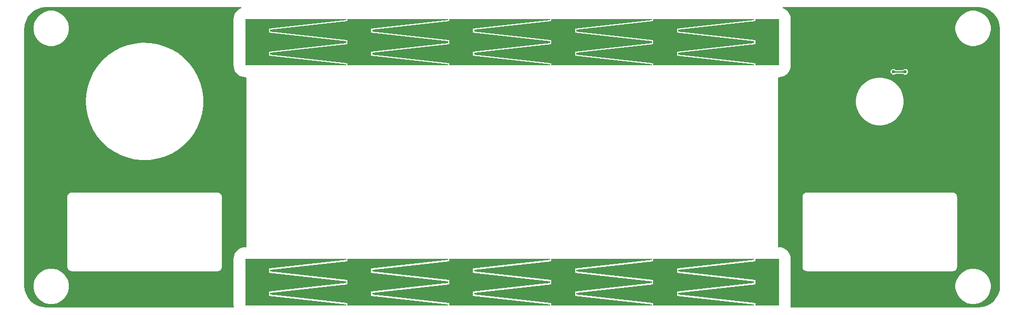
<source format=gbr>
%TF.GenerationSoftware,KiCad,Pcbnew,5.1.9-73d0e3b20d~88~ubuntu18.04.1*%
%TF.CreationDate,2020-12-31T14:05:02+01:00*%
%TF.ProjectId,ss_frontpanel_outer_plate,73735f66-726f-46e7-9470-616e656c5f6f,rev?*%
%TF.SameCoordinates,Original*%
%TF.FileFunction,Copper,L1,Top*%
%TF.FilePolarity,Positive*%
%FSLAX46Y46*%
G04 Gerber Fmt 4.6, Leading zero omitted, Abs format (unit mm)*
G04 Created by KiCad (PCBNEW 5.1.9-73d0e3b20d~88~ubuntu18.04.1) date 2020-12-31 14:05:02*
%MOMM*%
%LPD*%
G01*
G04 APERTURE LIST*
%TA.AperFunction,SMDPad,CuDef*%
%ADD10C,0.100000*%
%TD*%
%TA.AperFunction,ViaPad*%
%ADD11C,0.600000*%
%TD*%
%TA.AperFunction,Conductor*%
%ADD12C,0.250000*%
%TD*%
%TA.AperFunction,Conductor*%
%ADD13C,0.150000*%
%TD*%
%TA.AperFunction,Conductor*%
%ADD14C,0.127000*%
%TD*%
%TA.AperFunction,Conductor*%
%ADD15C,0.100000*%
%TD*%
G04 APERTURE END LIST*
%TA.AperFunction,SMDPad,CuDef*%
D10*
%TO.P,LTS2,5*%
%TO.N,/Touch-sense controller/LTS2_5*%
G36*
X190800000Y-91750000D02*
G01*
X177800000Y-93200000D01*
X177800000Y-93900000D01*
X190800000Y-95350000D01*
X190800000Y-95650000D01*
X177800000Y-97100000D01*
X177800000Y-97800000D01*
X190800000Y-99250000D01*
X190800000Y-99400000D01*
X173800000Y-99400000D01*
X173800000Y-99050000D01*
X160800000Y-97600000D01*
X160800000Y-97300000D01*
X173800000Y-95850000D01*
X173800000Y-95150000D01*
X160800000Y-93700000D01*
X160800000Y-93400000D01*
X173800000Y-91950000D01*
X173800000Y-91600000D01*
X190800000Y-91600000D01*
X190800000Y-91750000D01*
G37*
%TD.AperFunction*%
%TA.AperFunction,SMDPad,CuDef*%
%TO.P,LTS2,1*%
%TO.N,/Touch-sense controller/LTS2_1*%
G36*
X195000000Y-99400000D02*
G01*
X191000000Y-99400000D01*
X191000000Y-99050000D01*
X178000000Y-97600000D01*
X178000000Y-97300000D01*
X191000000Y-95850000D01*
X191000000Y-95150000D01*
X178000000Y-93700000D01*
X178000000Y-93400000D01*
X191000000Y-91950000D01*
X191000000Y-91600000D01*
X195000000Y-91600000D01*
X195000000Y-99400000D01*
G37*
%TD.AperFunction*%
%TA.AperFunction,SMDPad,CuDef*%
%TO.P,LTS2,4*%
%TO.N,/Touch-sense controller/LTS2_4*%
G36*
X173600000Y-91750000D02*
G01*
X160600000Y-93200000D01*
X160600000Y-93900000D01*
X173600000Y-95350000D01*
X173600000Y-95650000D01*
X160600000Y-97100000D01*
X160600000Y-97800000D01*
X173600000Y-99250000D01*
X173600000Y-99400000D01*
X156600000Y-99400000D01*
X156600000Y-99050000D01*
X143600000Y-97600000D01*
X143600000Y-97300000D01*
X156600000Y-95850000D01*
X156600000Y-95150000D01*
X143600000Y-93700000D01*
X143600000Y-93400000D01*
X156600000Y-91950000D01*
X156600000Y-91600000D01*
X173600000Y-91600000D01*
X173600000Y-91750000D01*
G37*
%TD.AperFunction*%
%TA.AperFunction,SMDPad,CuDef*%
%TO.P,LTS2,3*%
%TO.N,/Touch-sense controller/LTS2_3*%
G36*
X156400000Y-91750000D02*
G01*
X143400000Y-93200000D01*
X143400000Y-93900000D01*
X156400000Y-95350000D01*
X156400000Y-95650000D01*
X143400000Y-97100000D01*
X143400000Y-97800000D01*
X156400000Y-99250000D01*
X156400000Y-99400000D01*
X139400000Y-99400000D01*
X139400000Y-99050000D01*
X126400000Y-97600000D01*
X126400000Y-97300000D01*
X139400000Y-95850000D01*
X139400000Y-95150000D01*
X126400000Y-93700000D01*
X126400000Y-93400000D01*
X139400000Y-91950000D01*
X139400000Y-91600000D01*
X156400000Y-91600000D01*
X156400000Y-91750000D01*
G37*
%TD.AperFunction*%
%TA.AperFunction,SMDPad,CuDef*%
%TO.P,LTS2,2*%
%TO.N,/Touch-sense controller/LTS2_2*%
G36*
X139200000Y-91750000D02*
G01*
X126200000Y-93200000D01*
X126200000Y-93900000D01*
X139200000Y-95350000D01*
X139200000Y-95650000D01*
X126200000Y-97100000D01*
X126200000Y-97800000D01*
X139200000Y-99250000D01*
X139200000Y-99400000D01*
X122200000Y-99400000D01*
X122200000Y-99050000D01*
X109200000Y-97600000D01*
X109200000Y-97300000D01*
X122200000Y-95850000D01*
X122200000Y-95150000D01*
X109200000Y-93700000D01*
X109200000Y-93400000D01*
X122200000Y-91950000D01*
X122200000Y-91600000D01*
X139200000Y-91600000D01*
X139200000Y-91750000D01*
G37*
%TD.AperFunction*%
%TA.AperFunction,SMDPad,CuDef*%
%TO.P,LTS2,1*%
%TO.N,/Touch-sense controller/LTS2_1*%
G36*
X122000000Y-91750000D02*
G01*
X109000000Y-93200000D01*
X109000000Y-93900000D01*
X122000000Y-95350000D01*
X122000000Y-95650000D01*
X109000000Y-97100000D01*
X109000000Y-97800000D01*
X122000000Y-99250000D01*
X122000000Y-99400000D01*
X105000000Y-99400000D01*
X105000000Y-91600000D01*
X122000000Y-91600000D01*
X122000000Y-91750000D01*
G37*
%TD.AperFunction*%
%TD*%
%TA.AperFunction,SMDPad,CuDef*%
%TO.P,LTS1,5*%
%TO.N,/Touch-sense controller/LTS1_5*%
G36*
X190800000Y-51250000D02*
G01*
X177800000Y-52700000D01*
X177800000Y-53400000D01*
X190800000Y-54850000D01*
X190800000Y-55150000D01*
X177800000Y-56600000D01*
X177800000Y-57300000D01*
X190800000Y-58750000D01*
X190800000Y-58900000D01*
X173800000Y-58900000D01*
X173800000Y-58550000D01*
X160800000Y-57100000D01*
X160800000Y-56800000D01*
X173800000Y-55350000D01*
X173800000Y-54650000D01*
X160800000Y-53200000D01*
X160800000Y-52900000D01*
X173800000Y-51450000D01*
X173800000Y-51100000D01*
X190800000Y-51100000D01*
X190800000Y-51250000D01*
G37*
%TD.AperFunction*%
%TA.AperFunction,SMDPad,CuDef*%
%TO.P,LTS1,1*%
%TO.N,/Touch-sense controller/LTS1_1*%
G36*
X195000000Y-58900000D02*
G01*
X191000000Y-58900000D01*
X191000000Y-58550000D01*
X178000000Y-57100000D01*
X178000000Y-56800000D01*
X191000000Y-55350000D01*
X191000000Y-54650000D01*
X178000000Y-53200000D01*
X178000000Y-52900000D01*
X191000000Y-51450000D01*
X191000000Y-51100000D01*
X195000000Y-51100000D01*
X195000000Y-58900000D01*
G37*
%TD.AperFunction*%
%TA.AperFunction,SMDPad,CuDef*%
%TO.P,LTS1,4*%
%TO.N,/Touch-sense controller/LTS1_4*%
G36*
X173600000Y-51250000D02*
G01*
X160600000Y-52700000D01*
X160600000Y-53400000D01*
X173600000Y-54850000D01*
X173600000Y-55150000D01*
X160600000Y-56600000D01*
X160600000Y-57300000D01*
X173600000Y-58750000D01*
X173600000Y-58900000D01*
X156600000Y-58900000D01*
X156600000Y-58550000D01*
X143600000Y-57100000D01*
X143600000Y-56800000D01*
X156600000Y-55350000D01*
X156600000Y-54650000D01*
X143600000Y-53200000D01*
X143600000Y-52900000D01*
X156600000Y-51450000D01*
X156600000Y-51100000D01*
X173600000Y-51100000D01*
X173600000Y-51250000D01*
G37*
%TD.AperFunction*%
%TA.AperFunction,SMDPad,CuDef*%
%TO.P,LTS1,3*%
%TO.N,/Touch-sense controller/LTS1_3*%
G36*
X156400000Y-51250000D02*
G01*
X143400000Y-52700000D01*
X143400000Y-53400000D01*
X156400000Y-54850000D01*
X156400000Y-55150000D01*
X143400000Y-56600000D01*
X143400000Y-57300000D01*
X156400000Y-58750000D01*
X156400000Y-58900000D01*
X139400000Y-58900000D01*
X139400000Y-58550000D01*
X126400000Y-57100000D01*
X126400000Y-56800000D01*
X139400000Y-55350000D01*
X139400000Y-54650000D01*
X126400000Y-53200000D01*
X126400000Y-52900000D01*
X139400000Y-51450000D01*
X139400000Y-51100000D01*
X156400000Y-51100000D01*
X156400000Y-51250000D01*
G37*
%TD.AperFunction*%
%TA.AperFunction,SMDPad,CuDef*%
%TO.P,LTS1,2*%
%TO.N,/Touch-sense controller/LTS1_2*%
G36*
X139200000Y-51250000D02*
G01*
X126200000Y-52700000D01*
X126200000Y-53400000D01*
X139200000Y-54850000D01*
X139200000Y-55150000D01*
X126200000Y-56600000D01*
X126200000Y-57300000D01*
X139200000Y-58750000D01*
X139200000Y-58900000D01*
X122200000Y-58900000D01*
X122200000Y-58550000D01*
X109200000Y-57100000D01*
X109200000Y-56800000D01*
X122200000Y-55350000D01*
X122200000Y-54650000D01*
X109200000Y-53200000D01*
X109200000Y-52900000D01*
X122200000Y-51450000D01*
X122200000Y-51100000D01*
X139200000Y-51100000D01*
X139200000Y-51250000D01*
G37*
%TD.AperFunction*%
%TA.AperFunction,SMDPad,CuDef*%
%TO.P,LTS1,1*%
%TO.N,/Touch-sense controller/LTS1_1*%
G36*
X122000000Y-51250000D02*
G01*
X109000000Y-52700000D01*
X109000000Y-53400000D01*
X122000000Y-54850000D01*
X122000000Y-55150000D01*
X109000000Y-56600000D01*
X109000000Y-57300000D01*
X122000000Y-58750000D01*
X122000000Y-58900000D01*
X105000000Y-58900000D01*
X105000000Y-51100000D01*
X122000000Y-51100000D01*
X122000000Y-51250000D01*
G37*
%TD.AperFunction*%
%TD*%
D11*
%TO.N,GND*%
X216300000Y-60000000D03*
X214300000Y-60000000D03*
X97000000Y-59900000D03*
%TO.N,VDD_IO*%
X220900000Y-66400000D03*
X219000000Y-68115000D03*
X231150000Y-65050000D03*
%TO.N,/Touch-sense controller/LTS1_5*%
X175750000Y-55000000D03*
%TO.N,/Touch-sense controller/LTS1_1*%
X107000000Y-55000000D03*
X193000000Y-55000000D03*
%TO.N,/Touch-sense controller/LTS1_4*%
X158750000Y-55000000D03*
%TO.N,/Touch-sense controller/LTS1_3*%
X141250000Y-54750000D03*
%TO.N,/Touch-sense controller/LTS1_2*%
X124200000Y-55000000D03*
%TO.N,/Touch-sense controller/LTS2_5*%
X176000000Y-95500000D03*
%TO.N,/Touch-sense controller/LTS2_1*%
X107000000Y-95500000D03*
X193000000Y-95500000D03*
%TO.N,/Touch-sense controller/LTS2_4*%
X158950000Y-95500000D03*
%TO.N,/Touch-sense controller/LTS2_3*%
X141350000Y-95800000D03*
%TO.N,/Touch-sense controller/LTS2_2*%
X124950000Y-95200000D03*
%TD*%
D12*
%TO.N,GND*%
X216300000Y-60000000D02*
X215200000Y-60000000D01*
X215200000Y-60000000D02*
X214300000Y-60000000D01*
D13*
%TO.N,/Touch-sense controller/LTS1_5*%
X175800000Y-55000000D02*
X175750000Y-55000000D01*
%TO.N,/Touch-sense controller/LTS1_4*%
X158600000Y-55000000D02*
X158750000Y-55000000D01*
%TO.N,/Touch-sense controller/LTS1_3*%
X141400000Y-54900000D02*
X141250000Y-54750000D01*
X141400000Y-55000000D02*
X141400000Y-54900000D01*
%TO.N,/Touch-sense controller/LTS1_2*%
X124250000Y-55000000D02*
X124200000Y-55000000D01*
%TO.N,/Touch-sense controller/LTS2_5*%
X175800000Y-95500000D02*
X176000000Y-95500000D01*
%TO.N,/Touch-sense controller/LTS2_4*%
X158600000Y-95500000D02*
X158950000Y-95500000D01*
%TO.N,/Touch-sense controller/LTS2_3*%
X141400000Y-95500000D02*
X141400000Y-95750000D01*
X141400000Y-95750000D02*
X141350000Y-95800000D01*
%TO.N,/Touch-sense controller/LTS2_2*%
X124200000Y-95500000D02*
X124650000Y-95500000D01*
X124650000Y-95500000D02*
X124950000Y-95200000D01*
%TD*%
D14*
%TO.N,GND*%
X104206512Y-49184351D02*
X103848034Y-49375961D01*
X103533825Y-49633825D01*
X103275961Y-49948034D01*
X103084351Y-50306512D01*
X102966357Y-50695483D01*
X102926516Y-51100000D01*
X102926516Y-58900000D01*
X102966357Y-59304517D01*
X103084351Y-59693488D01*
X103275961Y-60051966D01*
X103533825Y-60366175D01*
X103848034Y-60624039D01*
X104206512Y-60815649D01*
X104595483Y-60933643D01*
X105000000Y-60973484D01*
X105076500Y-60973484D01*
X105076501Y-89526516D01*
X105000000Y-89526516D01*
X104595483Y-89566357D01*
X104206512Y-89684351D01*
X103848034Y-89875961D01*
X103533825Y-90133825D01*
X103275961Y-90448034D01*
X103084351Y-90806512D01*
X102966357Y-91195483D01*
X102926516Y-91600000D01*
X102926516Y-99400000D01*
X102957196Y-99711500D01*
X71404108Y-99711500D01*
X70690736Y-99641554D01*
X70018101Y-99438473D01*
X69397729Y-99108616D01*
X68853235Y-98664538D01*
X68405368Y-98123159D01*
X68071186Y-97505104D01*
X67863415Y-96833905D01*
X67788542Y-96121528D01*
X67788500Y-96109563D01*
X67788500Y-95898272D01*
X69186500Y-95898272D01*
X69186500Y-96501728D01*
X69304229Y-97093590D01*
X69535161Y-97651111D01*
X69870424Y-98152867D01*
X70297133Y-98579576D01*
X70798889Y-98914839D01*
X71356410Y-99145771D01*
X71948272Y-99263500D01*
X72551728Y-99263500D01*
X73143590Y-99145771D01*
X73701111Y-98914839D01*
X74202867Y-98579576D01*
X74629576Y-98152867D01*
X74964839Y-97651111D01*
X75195771Y-97093590D01*
X75313500Y-96501728D01*
X75313500Y-95898272D01*
X75195771Y-95306410D01*
X74964839Y-94748889D01*
X74629576Y-94247133D01*
X74202867Y-93820424D01*
X73701111Y-93485161D01*
X73143590Y-93254229D01*
X72551728Y-93136500D01*
X71948272Y-93136500D01*
X71356410Y-93254229D01*
X70798889Y-93485161D01*
X70297133Y-93820424D01*
X69870424Y-94247133D01*
X69535161Y-94748889D01*
X69304229Y-95306410D01*
X69186500Y-95898272D01*
X67788500Y-95898272D01*
X67788500Y-81084111D01*
X74876500Y-81084111D01*
X74876501Y-92915890D01*
X74877865Y-92929743D01*
X74877844Y-92932810D01*
X74878284Y-92937305D01*
X74888484Y-93034354D01*
X74894383Y-93063090D01*
X74899874Y-93091876D01*
X74901179Y-93096200D01*
X74930035Y-93189419D01*
X74941391Y-93216433D01*
X74952382Y-93243635D01*
X74954502Y-93247624D01*
X75000915Y-93333462D01*
X75017346Y-93357822D01*
X75033366Y-93382302D01*
X75036220Y-93385803D01*
X75098422Y-93460992D01*
X75119237Y-93481662D01*
X75139739Y-93502598D01*
X75143219Y-93505478D01*
X75218840Y-93567154D01*
X75243256Y-93583376D01*
X75267458Y-93599947D01*
X75271432Y-93602095D01*
X75357592Y-93647907D01*
X75384700Y-93659080D01*
X75411647Y-93670629D01*
X75415962Y-93671965D01*
X75509380Y-93700170D01*
X75538116Y-93705860D01*
X75566824Y-93711962D01*
X75571312Y-93712434D01*
X75571316Y-93712434D01*
X75668434Y-93721956D01*
X75684110Y-93723500D01*
X100315890Y-93723500D01*
X100329752Y-93722135D01*
X100332810Y-93722156D01*
X100337305Y-93721716D01*
X100434354Y-93711516D01*
X100463090Y-93705617D01*
X100491876Y-93700126D01*
X100496198Y-93698822D01*
X100496204Y-93698820D01*
X100589419Y-93669965D01*
X100616433Y-93658609D01*
X100643635Y-93647618D01*
X100647624Y-93645498D01*
X100733462Y-93599085D01*
X100757822Y-93582654D01*
X100782302Y-93566634D01*
X100785803Y-93563780D01*
X100860992Y-93501578D01*
X100881662Y-93480763D01*
X100902598Y-93460261D01*
X100905478Y-93456781D01*
X100967154Y-93381160D01*
X100983376Y-93356744D01*
X100999947Y-93332542D01*
X101002095Y-93328568D01*
X101047907Y-93242408D01*
X101059080Y-93215300D01*
X101070629Y-93188353D01*
X101071965Y-93184038D01*
X101100170Y-93090620D01*
X101105860Y-93061884D01*
X101111962Y-93033176D01*
X101112434Y-93028684D01*
X101121956Y-92931566D01*
X101123500Y-92915890D01*
X101123500Y-81084110D01*
X101122135Y-81070248D01*
X101122156Y-81067191D01*
X101121716Y-81062695D01*
X101111516Y-80965647D01*
X101105620Y-80936924D01*
X101100126Y-80908124D01*
X101098821Y-80903800D01*
X101069965Y-80810581D01*
X101058603Y-80783552D01*
X101047618Y-80756364D01*
X101045497Y-80752376D01*
X100999085Y-80666538D01*
X100982654Y-80642178D01*
X100966634Y-80617698D01*
X100963780Y-80614197D01*
X100901578Y-80539008D01*
X100880763Y-80518338D01*
X100860261Y-80497402D01*
X100856780Y-80494522D01*
X100781160Y-80432846D01*
X100756744Y-80416624D01*
X100732542Y-80400053D01*
X100728568Y-80397905D01*
X100642407Y-80352093D01*
X100615313Y-80340926D01*
X100588353Y-80329371D01*
X100584038Y-80328035D01*
X100490620Y-80299830D01*
X100461884Y-80294140D01*
X100433176Y-80288038D01*
X100428688Y-80287566D01*
X100428684Y-80287566D01*
X100331567Y-80278044D01*
X100331566Y-80278044D01*
X100315890Y-80276500D01*
X75684110Y-80276500D01*
X75670248Y-80277865D01*
X75667191Y-80277844D01*
X75662695Y-80278284D01*
X75565647Y-80288484D01*
X75536924Y-80294380D01*
X75508124Y-80299874D01*
X75503800Y-80301179D01*
X75410581Y-80330035D01*
X75383552Y-80341397D01*
X75356364Y-80352382D01*
X75352376Y-80354503D01*
X75266538Y-80400915D01*
X75242178Y-80417346D01*
X75217698Y-80433366D01*
X75214197Y-80436220D01*
X75139008Y-80498422D01*
X75118338Y-80519237D01*
X75097402Y-80539739D01*
X75094522Y-80543220D01*
X75032846Y-80618840D01*
X75016624Y-80643256D01*
X75000053Y-80667458D01*
X74997905Y-80671432D01*
X74952093Y-80757593D01*
X74940926Y-80784687D01*
X74929371Y-80811647D01*
X74928035Y-80815962D01*
X74899830Y-80909380D01*
X74894140Y-80938116D01*
X74888038Y-80966824D01*
X74887566Y-80971316D01*
X74878168Y-81067171D01*
X74876500Y-81084111D01*
X67788500Y-81084111D01*
X67788500Y-65000000D01*
X78006500Y-65000000D01*
X78088546Y-66277940D01*
X78333339Y-67534897D01*
X78736857Y-68750231D01*
X79292477Y-69903986D01*
X79991073Y-70977218D01*
X80821176Y-71952304D01*
X81769155Y-72813233D01*
X82819444Y-73545869D01*
X83954798Y-74138183D01*
X85156574Y-74580447D01*
X86405038Y-74865401D01*
X87679693Y-74988366D01*
X88959606Y-74947321D01*
X90223763Y-74742942D01*
X91451406Y-74378584D01*
X92622376Y-73860230D01*
X93717448Y-73196391D01*
X94718639Y-72397968D01*
X95609510Y-71478070D01*
X96375433Y-70451803D01*
X97003832Y-69336017D01*
X97484389Y-68149034D01*
X97809211Y-66910344D01*
X97972967Y-65640286D01*
X97972967Y-64359714D01*
X97809211Y-63089656D01*
X97484389Y-61850966D01*
X97003832Y-60663983D01*
X96375433Y-59548197D01*
X95609510Y-58521930D01*
X94718639Y-57602032D01*
X93717448Y-56803609D01*
X92622376Y-56139770D01*
X91451406Y-55621416D01*
X90223763Y-55257058D01*
X88959606Y-55052679D01*
X87679693Y-55011634D01*
X86405038Y-55134599D01*
X85156574Y-55419553D01*
X83954798Y-55861817D01*
X82819444Y-56454131D01*
X81769155Y-57186767D01*
X80821176Y-58047696D01*
X79991073Y-59022782D01*
X79292477Y-60096014D01*
X78736857Y-61249769D01*
X78333339Y-62465103D01*
X78088546Y-63722060D01*
X78006500Y-65000000D01*
X67788500Y-65000000D01*
X67788500Y-52774108D01*
X67828292Y-52368272D01*
X69186500Y-52368272D01*
X69186500Y-52971728D01*
X69304229Y-53563590D01*
X69535161Y-54121111D01*
X69870424Y-54622867D01*
X70297133Y-55049576D01*
X70798889Y-55384839D01*
X71356410Y-55615771D01*
X71948272Y-55733500D01*
X72551728Y-55733500D01*
X73143590Y-55615771D01*
X73701111Y-55384839D01*
X74202867Y-55049576D01*
X74629576Y-54622867D01*
X74964839Y-54121111D01*
X75195771Y-53563590D01*
X75313500Y-52971728D01*
X75313500Y-52368272D01*
X75195771Y-51776410D01*
X74964839Y-51218889D01*
X74629576Y-50717133D01*
X74202867Y-50290424D01*
X73701111Y-49955161D01*
X73143590Y-49724229D01*
X72551728Y-49606500D01*
X71948272Y-49606500D01*
X71356410Y-49724229D01*
X70798889Y-49955161D01*
X70297133Y-50290424D01*
X69870424Y-50717133D01*
X69535161Y-51218889D01*
X69304229Y-51776410D01*
X69186500Y-52368272D01*
X67828292Y-52368272D01*
X67858446Y-52060736D01*
X68061528Y-51388097D01*
X68391386Y-50767727D01*
X68835462Y-50223235D01*
X69376843Y-49775367D01*
X69994896Y-49441186D01*
X70666094Y-49233415D01*
X71378472Y-49158542D01*
X71390437Y-49158500D01*
X104291731Y-49158500D01*
X104206512Y-49184351D01*
%TA.AperFunction,Conductor*%
D15*
G36*
X104206512Y-49184351D02*
G01*
X103848034Y-49375961D01*
X103533825Y-49633825D01*
X103275961Y-49948034D01*
X103084351Y-50306512D01*
X102966357Y-50695483D01*
X102926516Y-51100000D01*
X102926516Y-58900000D01*
X102966357Y-59304517D01*
X103084351Y-59693488D01*
X103275961Y-60051966D01*
X103533825Y-60366175D01*
X103848034Y-60624039D01*
X104206512Y-60815649D01*
X104595483Y-60933643D01*
X105000000Y-60973484D01*
X105076500Y-60973484D01*
X105076501Y-89526516D01*
X105000000Y-89526516D01*
X104595483Y-89566357D01*
X104206512Y-89684351D01*
X103848034Y-89875961D01*
X103533825Y-90133825D01*
X103275961Y-90448034D01*
X103084351Y-90806512D01*
X102966357Y-91195483D01*
X102926516Y-91600000D01*
X102926516Y-99400000D01*
X102957196Y-99711500D01*
X71404108Y-99711500D01*
X70690736Y-99641554D01*
X70018101Y-99438473D01*
X69397729Y-99108616D01*
X68853235Y-98664538D01*
X68405368Y-98123159D01*
X68071186Y-97505104D01*
X67863415Y-96833905D01*
X67788542Y-96121528D01*
X67788500Y-96109563D01*
X67788500Y-95898272D01*
X69186500Y-95898272D01*
X69186500Y-96501728D01*
X69304229Y-97093590D01*
X69535161Y-97651111D01*
X69870424Y-98152867D01*
X70297133Y-98579576D01*
X70798889Y-98914839D01*
X71356410Y-99145771D01*
X71948272Y-99263500D01*
X72551728Y-99263500D01*
X73143590Y-99145771D01*
X73701111Y-98914839D01*
X74202867Y-98579576D01*
X74629576Y-98152867D01*
X74964839Y-97651111D01*
X75195771Y-97093590D01*
X75313500Y-96501728D01*
X75313500Y-95898272D01*
X75195771Y-95306410D01*
X74964839Y-94748889D01*
X74629576Y-94247133D01*
X74202867Y-93820424D01*
X73701111Y-93485161D01*
X73143590Y-93254229D01*
X72551728Y-93136500D01*
X71948272Y-93136500D01*
X71356410Y-93254229D01*
X70798889Y-93485161D01*
X70297133Y-93820424D01*
X69870424Y-94247133D01*
X69535161Y-94748889D01*
X69304229Y-95306410D01*
X69186500Y-95898272D01*
X67788500Y-95898272D01*
X67788500Y-81084111D01*
X74876500Y-81084111D01*
X74876501Y-92915890D01*
X74877865Y-92929743D01*
X74877844Y-92932810D01*
X74878284Y-92937305D01*
X74888484Y-93034354D01*
X74894383Y-93063090D01*
X74899874Y-93091876D01*
X74901179Y-93096200D01*
X74930035Y-93189419D01*
X74941391Y-93216433D01*
X74952382Y-93243635D01*
X74954502Y-93247624D01*
X75000915Y-93333462D01*
X75017346Y-93357822D01*
X75033366Y-93382302D01*
X75036220Y-93385803D01*
X75098422Y-93460992D01*
X75119237Y-93481662D01*
X75139739Y-93502598D01*
X75143219Y-93505478D01*
X75218840Y-93567154D01*
X75243256Y-93583376D01*
X75267458Y-93599947D01*
X75271432Y-93602095D01*
X75357592Y-93647907D01*
X75384700Y-93659080D01*
X75411647Y-93670629D01*
X75415962Y-93671965D01*
X75509380Y-93700170D01*
X75538116Y-93705860D01*
X75566824Y-93711962D01*
X75571312Y-93712434D01*
X75571316Y-93712434D01*
X75668434Y-93721956D01*
X75684110Y-93723500D01*
X100315890Y-93723500D01*
X100329752Y-93722135D01*
X100332810Y-93722156D01*
X100337305Y-93721716D01*
X100434354Y-93711516D01*
X100463090Y-93705617D01*
X100491876Y-93700126D01*
X100496198Y-93698822D01*
X100496204Y-93698820D01*
X100589419Y-93669965D01*
X100616433Y-93658609D01*
X100643635Y-93647618D01*
X100647624Y-93645498D01*
X100733462Y-93599085D01*
X100757822Y-93582654D01*
X100782302Y-93566634D01*
X100785803Y-93563780D01*
X100860992Y-93501578D01*
X100881662Y-93480763D01*
X100902598Y-93460261D01*
X100905478Y-93456781D01*
X100967154Y-93381160D01*
X100983376Y-93356744D01*
X100999947Y-93332542D01*
X101002095Y-93328568D01*
X101047907Y-93242408D01*
X101059080Y-93215300D01*
X101070629Y-93188353D01*
X101071965Y-93184038D01*
X101100170Y-93090620D01*
X101105860Y-93061884D01*
X101111962Y-93033176D01*
X101112434Y-93028684D01*
X101121956Y-92931566D01*
X101123500Y-92915890D01*
X101123500Y-81084110D01*
X101122135Y-81070248D01*
X101122156Y-81067191D01*
X101121716Y-81062695D01*
X101111516Y-80965647D01*
X101105620Y-80936924D01*
X101100126Y-80908124D01*
X101098821Y-80903800D01*
X101069965Y-80810581D01*
X101058603Y-80783552D01*
X101047618Y-80756364D01*
X101045497Y-80752376D01*
X100999085Y-80666538D01*
X100982654Y-80642178D01*
X100966634Y-80617698D01*
X100963780Y-80614197D01*
X100901578Y-80539008D01*
X100880763Y-80518338D01*
X100860261Y-80497402D01*
X100856780Y-80494522D01*
X100781160Y-80432846D01*
X100756744Y-80416624D01*
X100732542Y-80400053D01*
X100728568Y-80397905D01*
X100642407Y-80352093D01*
X100615313Y-80340926D01*
X100588353Y-80329371D01*
X100584038Y-80328035D01*
X100490620Y-80299830D01*
X100461884Y-80294140D01*
X100433176Y-80288038D01*
X100428688Y-80287566D01*
X100428684Y-80287566D01*
X100331567Y-80278044D01*
X100331566Y-80278044D01*
X100315890Y-80276500D01*
X75684110Y-80276500D01*
X75670248Y-80277865D01*
X75667191Y-80277844D01*
X75662695Y-80278284D01*
X75565647Y-80288484D01*
X75536924Y-80294380D01*
X75508124Y-80299874D01*
X75503800Y-80301179D01*
X75410581Y-80330035D01*
X75383552Y-80341397D01*
X75356364Y-80352382D01*
X75352376Y-80354503D01*
X75266538Y-80400915D01*
X75242178Y-80417346D01*
X75217698Y-80433366D01*
X75214197Y-80436220D01*
X75139008Y-80498422D01*
X75118338Y-80519237D01*
X75097402Y-80539739D01*
X75094522Y-80543220D01*
X75032846Y-80618840D01*
X75016624Y-80643256D01*
X75000053Y-80667458D01*
X74997905Y-80671432D01*
X74952093Y-80757593D01*
X74940926Y-80784687D01*
X74929371Y-80811647D01*
X74928035Y-80815962D01*
X74899830Y-80909380D01*
X74894140Y-80938116D01*
X74888038Y-80966824D01*
X74887566Y-80971316D01*
X74878168Y-81067171D01*
X74876500Y-81084111D01*
X67788500Y-81084111D01*
X67788500Y-65000000D01*
X78006500Y-65000000D01*
X78088546Y-66277940D01*
X78333339Y-67534897D01*
X78736857Y-68750231D01*
X79292477Y-69903986D01*
X79991073Y-70977218D01*
X80821176Y-71952304D01*
X81769155Y-72813233D01*
X82819444Y-73545869D01*
X83954798Y-74138183D01*
X85156574Y-74580447D01*
X86405038Y-74865401D01*
X87679693Y-74988366D01*
X88959606Y-74947321D01*
X90223763Y-74742942D01*
X91451406Y-74378584D01*
X92622376Y-73860230D01*
X93717448Y-73196391D01*
X94718639Y-72397968D01*
X95609510Y-71478070D01*
X96375433Y-70451803D01*
X97003832Y-69336017D01*
X97484389Y-68149034D01*
X97809211Y-66910344D01*
X97972967Y-65640286D01*
X97972967Y-64359714D01*
X97809211Y-63089656D01*
X97484389Y-61850966D01*
X97003832Y-60663983D01*
X96375433Y-59548197D01*
X95609510Y-58521930D01*
X94718639Y-57602032D01*
X93717448Y-56803609D01*
X92622376Y-56139770D01*
X91451406Y-55621416D01*
X90223763Y-55257058D01*
X88959606Y-55052679D01*
X87679693Y-55011634D01*
X86405038Y-55134599D01*
X85156574Y-55419553D01*
X83954798Y-55861817D01*
X82819444Y-56454131D01*
X81769155Y-57186767D01*
X80821176Y-58047696D01*
X79991073Y-59022782D01*
X79292477Y-60096014D01*
X78736857Y-61249769D01*
X78333339Y-62465103D01*
X78088546Y-63722060D01*
X78006500Y-65000000D01*
X67788500Y-65000000D01*
X67788500Y-52774108D01*
X67828292Y-52368272D01*
X69186500Y-52368272D01*
X69186500Y-52971728D01*
X69304229Y-53563590D01*
X69535161Y-54121111D01*
X69870424Y-54622867D01*
X70297133Y-55049576D01*
X70798889Y-55384839D01*
X71356410Y-55615771D01*
X71948272Y-55733500D01*
X72551728Y-55733500D01*
X73143590Y-55615771D01*
X73701111Y-55384839D01*
X74202867Y-55049576D01*
X74629576Y-54622867D01*
X74964839Y-54121111D01*
X75195771Y-53563590D01*
X75313500Y-52971728D01*
X75313500Y-52368272D01*
X75195771Y-51776410D01*
X74964839Y-51218889D01*
X74629576Y-50717133D01*
X74202867Y-50290424D01*
X73701111Y-49955161D01*
X73143590Y-49724229D01*
X72551728Y-49606500D01*
X71948272Y-49606500D01*
X71356410Y-49724229D01*
X70798889Y-49955161D01*
X70297133Y-50290424D01*
X69870424Y-50717133D01*
X69535161Y-51218889D01*
X69304229Y-51776410D01*
X69186500Y-52368272D01*
X67828292Y-52368272D01*
X67858446Y-52060736D01*
X68061528Y-51388097D01*
X68391386Y-50767727D01*
X68835462Y-50223235D01*
X69376843Y-49775367D01*
X69994896Y-49441186D01*
X70666094Y-49233415D01*
X71378472Y-49158542D01*
X71390437Y-49158500D01*
X104291731Y-49158500D01*
X104206512Y-49184351D01*
G37*
%TD.AperFunction*%
%TD*%
D14*
%TO.N,VDD_IO*%
X229309264Y-49228446D02*
X229981903Y-49431528D01*
X230602273Y-49761386D01*
X231146765Y-50205462D01*
X231594633Y-50746843D01*
X231928814Y-51364896D01*
X232136585Y-52036094D01*
X232211458Y-52748472D01*
X232211500Y-52760437D01*
X232211501Y-96095882D01*
X232141554Y-96809264D01*
X231938473Y-97481899D01*
X231608616Y-98102271D01*
X231164538Y-98646765D01*
X230623159Y-99094632D01*
X230005104Y-99428814D01*
X229333905Y-99636585D01*
X228621528Y-99711458D01*
X228609563Y-99711500D01*
X197042804Y-99711500D01*
X197073484Y-99400000D01*
X197073484Y-95898272D01*
X224686500Y-95898272D01*
X224686500Y-96501728D01*
X224804229Y-97093590D01*
X225035161Y-97651111D01*
X225370424Y-98152867D01*
X225797133Y-98579576D01*
X226298889Y-98914839D01*
X226856410Y-99145771D01*
X227448272Y-99263500D01*
X228051728Y-99263500D01*
X228643590Y-99145771D01*
X229201111Y-98914839D01*
X229702867Y-98579576D01*
X230129576Y-98152867D01*
X230464839Y-97651111D01*
X230695771Y-97093590D01*
X230813500Y-96501728D01*
X230813500Y-95898272D01*
X230695771Y-95306410D01*
X230464839Y-94748889D01*
X230129576Y-94247133D01*
X229702867Y-93820424D01*
X229201111Y-93485161D01*
X228643590Y-93254229D01*
X228051728Y-93136500D01*
X227448272Y-93136500D01*
X226856410Y-93254229D01*
X226298889Y-93485161D01*
X225797133Y-93820424D01*
X225370424Y-94247133D01*
X225035161Y-94748889D01*
X224804229Y-95306410D01*
X224686500Y-95898272D01*
X197073484Y-95898272D01*
X197073484Y-91600000D01*
X197033643Y-91195483D01*
X196915649Y-90806512D01*
X196724039Y-90448034D01*
X196466175Y-90133825D01*
X196151966Y-89875961D01*
X195793488Y-89684351D01*
X195404517Y-89566357D01*
X195000000Y-89526516D01*
X194923500Y-89526516D01*
X194923500Y-81084111D01*
X198876500Y-81084111D01*
X198876501Y-92915890D01*
X198877865Y-92929743D01*
X198877844Y-92932810D01*
X198878284Y-92937305D01*
X198888484Y-93034354D01*
X198894383Y-93063090D01*
X198899874Y-93091876D01*
X198901179Y-93096200D01*
X198930035Y-93189419D01*
X198941391Y-93216433D01*
X198952382Y-93243635D01*
X198954502Y-93247624D01*
X199000915Y-93333462D01*
X199017346Y-93357822D01*
X199033366Y-93382302D01*
X199036220Y-93385803D01*
X199098422Y-93460992D01*
X199119237Y-93481662D01*
X199139739Y-93502598D01*
X199143219Y-93505478D01*
X199218840Y-93567154D01*
X199243256Y-93583376D01*
X199267458Y-93599947D01*
X199271432Y-93602095D01*
X199357592Y-93647907D01*
X199384700Y-93659080D01*
X199411647Y-93670629D01*
X199415962Y-93671965D01*
X199509380Y-93700170D01*
X199538116Y-93705860D01*
X199566824Y-93711962D01*
X199571312Y-93712434D01*
X199571316Y-93712434D01*
X199668434Y-93721956D01*
X199684110Y-93723500D01*
X224315890Y-93723500D01*
X224329752Y-93722135D01*
X224332810Y-93722156D01*
X224337305Y-93721716D01*
X224434354Y-93711516D01*
X224463090Y-93705617D01*
X224491876Y-93700126D01*
X224496198Y-93698822D01*
X224496204Y-93698820D01*
X224589419Y-93669965D01*
X224616433Y-93658609D01*
X224643635Y-93647618D01*
X224647624Y-93645498D01*
X224733462Y-93599085D01*
X224757822Y-93582654D01*
X224782302Y-93566634D01*
X224785803Y-93563780D01*
X224860992Y-93501578D01*
X224881662Y-93480763D01*
X224902598Y-93460261D01*
X224905478Y-93456781D01*
X224967154Y-93381160D01*
X224983376Y-93356744D01*
X224999947Y-93332542D01*
X225002095Y-93328568D01*
X225047907Y-93242408D01*
X225059080Y-93215300D01*
X225070629Y-93188353D01*
X225071965Y-93184038D01*
X225100170Y-93090620D01*
X225105860Y-93061884D01*
X225111962Y-93033176D01*
X225112434Y-93028684D01*
X225121956Y-92931566D01*
X225123500Y-92915890D01*
X225123500Y-81084110D01*
X225122135Y-81070248D01*
X225122156Y-81067191D01*
X225121716Y-81062695D01*
X225111516Y-80965647D01*
X225105620Y-80936924D01*
X225100126Y-80908124D01*
X225098821Y-80903800D01*
X225069965Y-80810581D01*
X225058603Y-80783552D01*
X225047618Y-80756364D01*
X225045497Y-80752376D01*
X224999085Y-80666538D01*
X224982654Y-80642178D01*
X224966634Y-80617698D01*
X224963780Y-80614197D01*
X224901578Y-80539008D01*
X224880763Y-80518338D01*
X224860261Y-80497402D01*
X224856780Y-80494522D01*
X224781160Y-80432846D01*
X224756744Y-80416624D01*
X224732542Y-80400053D01*
X224728568Y-80397905D01*
X224642407Y-80352093D01*
X224615313Y-80340926D01*
X224588353Y-80329371D01*
X224584038Y-80328035D01*
X224490620Y-80299830D01*
X224461884Y-80294140D01*
X224433176Y-80288038D01*
X224428688Y-80287566D01*
X224428684Y-80287566D01*
X224331567Y-80278044D01*
X224331566Y-80278044D01*
X224315890Y-80276500D01*
X199684110Y-80276500D01*
X199670248Y-80277865D01*
X199667191Y-80277844D01*
X199662695Y-80278284D01*
X199565647Y-80288484D01*
X199536924Y-80294380D01*
X199508124Y-80299874D01*
X199503800Y-80301179D01*
X199410581Y-80330035D01*
X199383552Y-80341397D01*
X199356364Y-80352382D01*
X199352376Y-80354503D01*
X199266538Y-80400915D01*
X199242178Y-80417346D01*
X199217698Y-80433366D01*
X199214197Y-80436220D01*
X199139008Y-80498422D01*
X199118338Y-80519237D01*
X199097402Y-80539739D01*
X199094522Y-80543220D01*
X199032846Y-80618840D01*
X199016624Y-80643256D01*
X199000053Y-80667458D01*
X198997905Y-80671432D01*
X198952093Y-80757593D01*
X198940926Y-80784687D01*
X198929371Y-80811647D01*
X198928035Y-80815962D01*
X198899830Y-80909380D01*
X198894140Y-80938116D01*
X198888038Y-80966824D01*
X198887566Y-80971316D01*
X198878168Y-81067171D01*
X198876500Y-81084111D01*
X194923500Y-81084111D01*
X194923500Y-64594856D01*
X207886500Y-64594856D01*
X207886500Y-65405144D01*
X208044580Y-66199864D01*
X208354664Y-66948473D01*
X208804836Y-67622203D01*
X209377797Y-68195164D01*
X210051527Y-68645336D01*
X210800136Y-68955420D01*
X211594856Y-69113500D01*
X212405144Y-69113500D01*
X213199864Y-68955420D01*
X213948473Y-68645336D01*
X214622203Y-68195164D01*
X215195164Y-67622203D01*
X215645336Y-66948473D01*
X215955420Y-66199864D01*
X216113500Y-65405144D01*
X216113500Y-64594856D01*
X215955420Y-63800136D01*
X215645336Y-63051527D01*
X215195164Y-62377797D01*
X214622203Y-61804836D01*
X213948473Y-61354664D01*
X213199864Y-61044580D01*
X212405144Y-60886500D01*
X211594856Y-60886500D01*
X210800136Y-61044580D01*
X210051527Y-61354664D01*
X209377797Y-61804836D01*
X208804836Y-62377797D01*
X208354664Y-63051527D01*
X208044580Y-63800136D01*
X207886500Y-64594856D01*
X194923500Y-64594856D01*
X194923500Y-60973484D01*
X195000000Y-60973484D01*
X195404517Y-60933643D01*
X195793488Y-60815649D01*
X196151966Y-60624039D01*
X196466175Y-60366175D01*
X196724039Y-60051966D01*
X196781480Y-59944500D01*
X213736500Y-59944500D01*
X213736500Y-60055500D01*
X213758155Y-60164367D01*
X213800632Y-60266918D01*
X213862301Y-60359211D01*
X213940789Y-60437699D01*
X214033082Y-60499368D01*
X214135633Y-60541845D01*
X214244500Y-60563500D01*
X214355500Y-60563500D01*
X214464367Y-60541845D01*
X214566918Y-60499368D01*
X214659211Y-60437699D01*
X214708410Y-60388500D01*
X215891590Y-60388500D01*
X215940789Y-60437699D01*
X216033082Y-60499368D01*
X216135633Y-60541845D01*
X216244500Y-60563500D01*
X216355500Y-60563500D01*
X216464367Y-60541845D01*
X216566918Y-60499368D01*
X216659211Y-60437699D01*
X216737699Y-60359211D01*
X216799368Y-60266918D01*
X216841845Y-60164367D01*
X216863500Y-60055500D01*
X216863500Y-59944500D01*
X216841845Y-59835633D01*
X216799368Y-59733082D01*
X216737699Y-59640789D01*
X216659211Y-59562301D01*
X216566918Y-59500632D01*
X216464367Y-59458155D01*
X216355500Y-59436500D01*
X216244500Y-59436500D01*
X216135633Y-59458155D01*
X216033082Y-59500632D01*
X215940789Y-59562301D01*
X215891590Y-59611500D01*
X214708410Y-59611500D01*
X214659211Y-59562301D01*
X214566918Y-59500632D01*
X214464367Y-59458155D01*
X214355500Y-59436500D01*
X214244500Y-59436500D01*
X214135633Y-59458155D01*
X214033082Y-59500632D01*
X213940789Y-59562301D01*
X213862301Y-59640789D01*
X213800632Y-59733082D01*
X213758155Y-59835633D01*
X213736500Y-59944500D01*
X196781480Y-59944500D01*
X196915649Y-59693488D01*
X197033643Y-59304517D01*
X197073484Y-58900000D01*
X197073484Y-52368272D01*
X224686500Y-52368272D01*
X224686500Y-52971728D01*
X224804229Y-53563590D01*
X225035161Y-54121111D01*
X225370424Y-54622867D01*
X225797133Y-55049576D01*
X226298889Y-55384839D01*
X226856410Y-55615771D01*
X227448272Y-55733500D01*
X228051728Y-55733500D01*
X228643590Y-55615771D01*
X229201111Y-55384839D01*
X229702867Y-55049576D01*
X230129576Y-54622867D01*
X230464839Y-54121111D01*
X230695771Y-53563590D01*
X230813500Y-52971728D01*
X230813500Y-52368272D01*
X230695771Y-51776410D01*
X230464839Y-51218889D01*
X230129576Y-50717133D01*
X229702867Y-50290424D01*
X229201111Y-49955161D01*
X228643590Y-49724229D01*
X228051728Y-49606500D01*
X227448272Y-49606500D01*
X226856410Y-49724229D01*
X226298889Y-49955161D01*
X225797133Y-50290424D01*
X225370424Y-50717133D01*
X225035161Y-51218889D01*
X224804229Y-51776410D01*
X224686500Y-52368272D01*
X197073484Y-52368272D01*
X197073484Y-51100000D01*
X197033643Y-50695483D01*
X196915649Y-50306512D01*
X196724039Y-49948034D01*
X196466175Y-49633825D01*
X196151966Y-49375961D01*
X195793488Y-49184351D01*
X195708269Y-49158500D01*
X228595892Y-49158500D01*
X229309264Y-49228446D01*
%TA.AperFunction,Conductor*%
D15*
G36*
X229309264Y-49228446D02*
G01*
X229981903Y-49431528D01*
X230602273Y-49761386D01*
X231146765Y-50205462D01*
X231594633Y-50746843D01*
X231928814Y-51364896D01*
X232136585Y-52036094D01*
X232211458Y-52748472D01*
X232211500Y-52760437D01*
X232211501Y-96095882D01*
X232141554Y-96809264D01*
X231938473Y-97481899D01*
X231608616Y-98102271D01*
X231164538Y-98646765D01*
X230623159Y-99094632D01*
X230005104Y-99428814D01*
X229333905Y-99636585D01*
X228621528Y-99711458D01*
X228609563Y-99711500D01*
X197042804Y-99711500D01*
X197073484Y-99400000D01*
X197073484Y-95898272D01*
X224686500Y-95898272D01*
X224686500Y-96501728D01*
X224804229Y-97093590D01*
X225035161Y-97651111D01*
X225370424Y-98152867D01*
X225797133Y-98579576D01*
X226298889Y-98914839D01*
X226856410Y-99145771D01*
X227448272Y-99263500D01*
X228051728Y-99263500D01*
X228643590Y-99145771D01*
X229201111Y-98914839D01*
X229702867Y-98579576D01*
X230129576Y-98152867D01*
X230464839Y-97651111D01*
X230695771Y-97093590D01*
X230813500Y-96501728D01*
X230813500Y-95898272D01*
X230695771Y-95306410D01*
X230464839Y-94748889D01*
X230129576Y-94247133D01*
X229702867Y-93820424D01*
X229201111Y-93485161D01*
X228643590Y-93254229D01*
X228051728Y-93136500D01*
X227448272Y-93136500D01*
X226856410Y-93254229D01*
X226298889Y-93485161D01*
X225797133Y-93820424D01*
X225370424Y-94247133D01*
X225035161Y-94748889D01*
X224804229Y-95306410D01*
X224686500Y-95898272D01*
X197073484Y-95898272D01*
X197073484Y-91600000D01*
X197033643Y-91195483D01*
X196915649Y-90806512D01*
X196724039Y-90448034D01*
X196466175Y-90133825D01*
X196151966Y-89875961D01*
X195793488Y-89684351D01*
X195404517Y-89566357D01*
X195000000Y-89526516D01*
X194923500Y-89526516D01*
X194923500Y-81084111D01*
X198876500Y-81084111D01*
X198876501Y-92915890D01*
X198877865Y-92929743D01*
X198877844Y-92932810D01*
X198878284Y-92937305D01*
X198888484Y-93034354D01*
X198894383Y-93063090D01*
X198899874Y-93091876D01*
X198901179Y-93096200D01*
X198930035Y-93189419D01*
X198941391Y-93216433D01*
X198952382Y-93243635D01*
X198954502Y-93247624D01*
X199000915Y-93333462D01*
X199017346Y-93357822D01*
X199033366Y-93382302D01*
X199036220Y-93385803D01*
X199098422Y-93460992D01*
X199119237Y-93481662D01*
X199139739Y-93502598D01*
X199143219Y-93505478D01*
X199218840Y-93567154D01*
X199243256Y-93583376D01*
X199267458Y-93599947D01*
X199271432Y-93602095D01*
X199357592Y-93647907D01*
X199384700Y-93659080D01*
X199411647Y-93670629D01*
X199415962Y-93671965D01*
X199509380Y-93700170D01*
X199538116Y-93705860D01*
X199566824Y-93711962D01*
X199571312Y-93712434D01*
X199571316Y-93712434D01*
X199668434Y-93721956D01*
X199684110Y-93723500D01*
X224315890Y-93723500D01*
X224329752Y-93722135D01*
X224332810Y-93722156D01*
X224337305Y-93721716D01*
X224434354Y-93711516D01*
X224463090Y-93705617D01*
X224491876Y-93700126D01*
X224496198Y-93698822D01*
X224496204Y-93698820D01*
X224589419Y-93669965D01*
X224616433Y-93658609D01*
X224643635Y-93647618D01*
X224647624Y-93645498D01*
X224733462Y-93599085D01*
X224757822Y-93582654D01*
X224782302Y-93566634D01*
X224785803Y-93563780D01*
X224860992Y-93501578D01*
X224881662Y-93480763D01*
X224902598Y-93460261D01*
X224905478Y-93456781D01*
X224967154Y-93381160D01*
X224983376Y-93356744D01*
X224999947Y-93332542D01*
X225002095Y-93328568D01*
X225047907Y-93242408D01*
X225059080Y-93215300D01*
X225070629Y-93188353D01*
X225071965Y-93184038D01*
X225100170Y-93090620D01*
X225105860Y-93061884D01*
X225111962Y-93033176D01*
X225112434Y-93028684D01*
X225121956Y-92931566D01*
X225123500Y-92915890D01*
X225123500Y-81084110D01*
X225122135Y-81070248D01*
X225122156Y-81067191D01*
X225121716Y-81062695D01*
X225111516Y-80965647D01*
X225105620Y-80936924D01*
X225100126Y-80908124D01*
X225098821Y-80903800D01*
X225069965Y-80810581D01*
X225058603Y-80783552D01*
X225047618Y-80756364D01*
X225045497Y-80752376D01*
X224999085Y-80666538D01*
X224982654Y-80642178D01*
X224966634Y-80617698D01*
X224963780Y-80614197D01*
X224901578Y-80539008D01*
X224880763Y-80518338D01*
X224860261Y-80497402D01*
X224856780Y-80494522D01*
X224781160Y-80432846D01*
X224756744Y-80416624D01*
X224732542Y-80400053D01*
X224728568Y-80397905D01*
X224642407Y-80352093D01*
X224615313Y-80340926D01*
X224588353Y-80329371D01*
X224584038Y-80328035D01*
X224490620Y-80299830D01*
X224461884Y-80294140D01*
X224433176Y-80288038D01*
X224428688Y-80287566D01*
X224428684Y-80287566D01*
X224331567Y-80278044D01*
X224331566Y-80278044D01*
X224315890Y-80276500D01*
X199684110Y-80276500D01*
X199670248Y-80277865D01*
X199667191Y-80277844D01*
X199662695Y-80278284D01*
X199565647Y-80288484D01*
X199536924Y-80294380D01*
X199508124Y-80299874D01*
X199503800Y-80301179D01*
X199410581Y-80330035D01*
X199383552Y-80341397D01*
X199356364Y-80352382D01*
X199352376Y-80354503D01*
X199266538Y-80400915D01*
X199242178Y-80417346D01*
X199217698Y-80433366D01*
X199214197Y-80436220D01*
X199139008Y-80498422D01*
X199118338Y-80519237D01*
X199097402Y-80539739D01*
X199094522Y-80543220D01*
X199032846Y-80618840D01*
X199016624Y-80643256D01*
X199000053Y-80667458D01*
X198997905Y-80671432D01*
X198952093Y-80757593D01*
X198940926Y-80784687D01*
X198929371Y-80811647D01*
X198928035Y-80815962D01*
X198899830Y-80909380D01*
X198894140Y-80938116D01*
X198888038Y-80966824D01*
X198887566Y-80971316D01*
X198878168Y-81067171D01*
X198876500Y-81084111D01*
X194923500Y-81084111D01*
X194923500Y-64594856D01*
X207886500Y-64594856D01*
X207886500Y-65405144D01*
X208044580Y-66199864D01*
X208354664Y-66948473D01*
X208804836Y-67622203D01*
X209377797Y-68195164D01*
X210051527Y-68645336D01*
X210800136Y-68955420D01*
X211594856Y-69113500D01*
X212405144Y-69113500D01*
X213199864Y-68955420D01*
X213948473Y-68645336D01*
X214622203Y-68195164D01*
X215195164Y-67622203D01*
X215645336Y-66948473D01*
X215955420Y-66199864D01*
X216113500Y-65405144D01*
X216113500Y-64594856D01*
X215955420Y-63800136D01*
X215645336Y-63051527D01*
X215195164Y-62377797D01*
X214622203Y-61804836D01*
X213948473Y-61354664D01*
X213199864Y-61044580D01*
X212405144Y-60886500D01*
X211594856Y-60886500D01*
X210800136Y-61044580D01*
X210051527Y-61354664D01*
X209377797Y-61804836D01*
X208804836Y-62377797D01*
X208354664Y-63051527D01*
X208044580Y-63800136D01*
X207886500Y-64594856D01*
X194923500Y-64594856D01*
X194923500Y-60973484D01*
X195000000Y-60973484D01*
X195404517Y-60933643D01*
X195793488Y-60815649D01*
X196151966Y-60624039D01*
X196466175Y-60366175D01*
X196724039Y-60051966D01*
X196781480Y-59944500D01*
X213736500Y-59944500D01*
X213736500Y-60055500D01*
X213758155Y-60164367D01*
X213800632Y-60266918D01*
X213862301Y-60359211D01*
X213940789Y-60437699D01*
X214033082Y-60499368D01*
X214135633Y-60541845D01*
X214244500Y-60563500D01*
X214355500Y-60563500D01*
X214464367Y-60541845D01*
X214566918Y-60499368D01*
X214659211Y-60437699D01*
X214708410Y-60388500D01*
X215891590Y-60388500D01*
X215940789Y-60437699D01*
X216033082Y-60499368D01*
X216135633Y-60541845D01*
X216244500Y-60563500D01*
X216355500Y-60563500D01*
X216464367Y-60541845D01*
X216566918Y-60499368D01*
X216659211Y-60437699D01*
X216737699Y-60359211D01*
X216799368Y-60266918D01*
X216841845Y-60164367D01*
X216863500Y-60055500D01*
X216863500Y-59944500D01*
X216841845Y-59835633D01*
X216799368Y-59733082D01*
X216737699Y-59640789D01*
X216659211Y-59562301D01*
X216566918Y-59500632D01*
X216464367Y-59458155D01*
X216355500Y-59436500D01*
X216244500Y-59436500D01*
X216135633Y-59458155D01*
X216033082Y-59500632D01*
X215940789Y-59562301D01*
X215891590Y-59611500D01*
X214708410Y-59611500D01*
X214659211Y-59562301D01*
X214566918Y-59500632D01*
X214464367Y-59458155D01*
X214355500Y-59436500D01*
X214244500Y-59436500D01*
X214135633Y-59458155D01*
X214033082Y-59500632D01*
X213940789Y-59562301D01*
X213862301Y-59640789D01*
X213800632Y-59733082D01*
X213758155Y-59835633D01*
X213736500Y-59944500D01*
X196781480Y-59944500D01*
X196915649Y-59693488D01*
X197033643Y-59304517D01*
X197073484Y-58900000D01*
X197073484Y-52368272D01*
X224686500Y-52368272D01*
X224686500Y-52971728D01*
X224804229Y-53563590D01*
X225035161Y-54121111D01*
X225370424Y-54622867D01*
X225797133Y-55049576D01*
X226298889Y-55384839D01*
X226856410Y-55615771D01*
X227448272Y-55733500D01*
X228051728Y-55733500D01*
X228643590Y-55615771D01*
X229201111Y-55384839D01*
X229702867Y-55049576D01*
X230129576Y-54622867D01*
X230464839Y-54121111D01*
X230695771Y-53563590D01*
X230813500Y-52971728D01*
X230813500Y-52368272D01*
X230695771Y-51776410D01*
X230464839Y-51218889D01*
X230129576Y-50717133D01*
X229702867Y-50290424D01*
X229201111Y-49955161D01*
X228643590Y-49724229D01*
X228051728Y-49606500D01*
X227448272Y-49606500D01*
X226856410Y-49724229D01*
X226298889Y-49955161D01*
X225797133Y-50290424D01*
X225370424Y-50717133D01*
X225035161Y-51218889D01*
X224804229Y-51776410D01*
X224686500Y-52368272D01*
X197073484Y-52368272D01*
X197073484Y-51100000D01*
X197033643Y-50695483D01*
X196915649Y-50306512D01*
X196724039Y-49948034D01*
X196466175Y-49633825D01*
X196151966Y-49375961D01*
X195793488Y-49184351D01*
X195708269Y-49158500D01*
X228595892Y-49158500D01*
X229309264Y-49228446D01*
G37*
%TD.AperFunction*%
%TD*%
M02*

</source>
